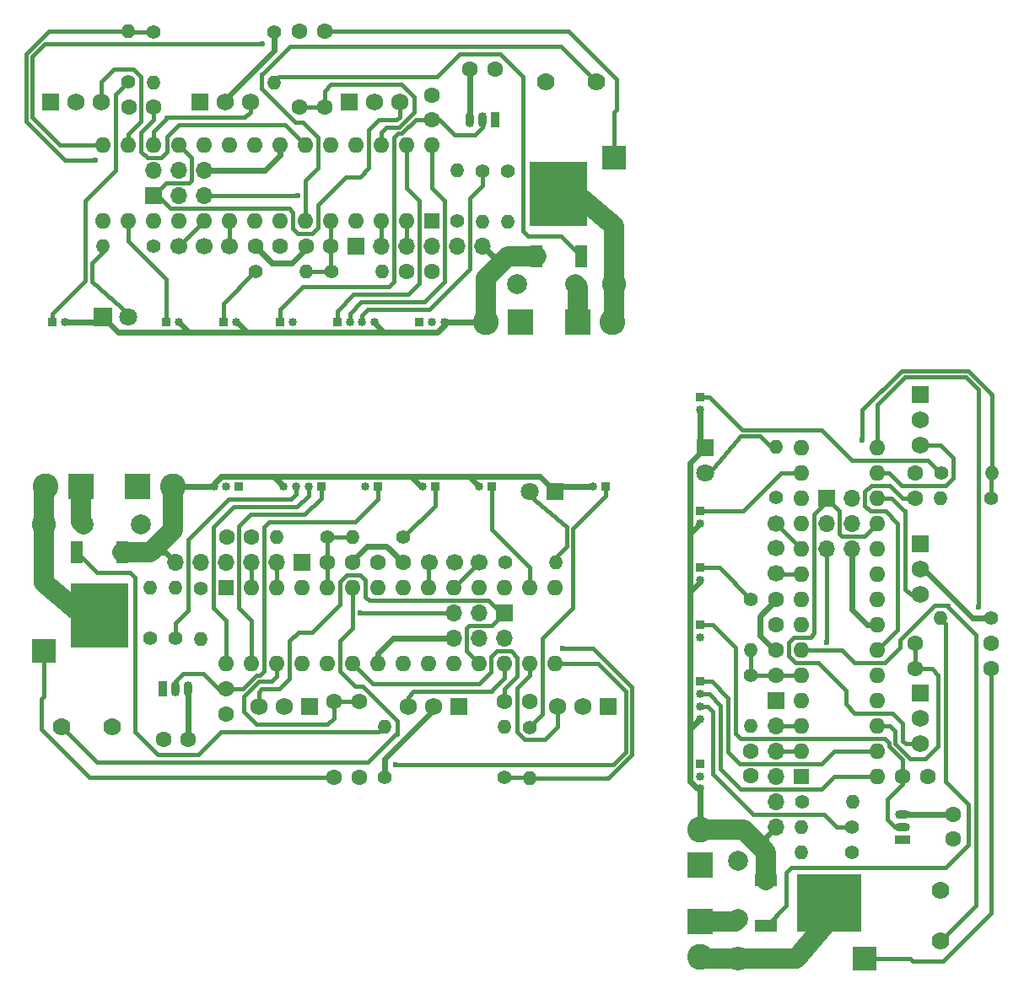
<source format=gbl>
%MOIN*%
%OFA0B0*%
%FSLAX46Y46*%
%IPPOS*%
%LPD*%
%AMREC1810*
4,1,3,
0.03444881889763779,0.0344488188976378,
-0.0344488188976378,0.03444881889763779,
-0.03444881889763779,-0.0344488188976378,
0.0344488188976378,-0.03444881889763779,
0*%
%AMREC1820*
4,1,3,
0.033464566929133854,0.033464566929133861,
-0.033464566929133861,0.033464566929133854,
-0.033464566929133854,-0.033464566929133861,
0.033464566929133861,-0.033464566929133854,
0*%
%AMREC1830*
4,1,3,
0.031496062992125984,0.031496062992125991,
-0.031496062992125991,0.031496062992125984,
-0.031496062992125984,-0.031496062992125991,
0.031496062992125991,-0.031496062992125984,
0*%
%AMREC1840*
4,1,3,
0.051181102362204724,0.051181102362204738,
-0.051181102362204738,0.051181102362204724,
-0.051181102362204724,-0.051181102362204738,
0.051181102362204738,-0.051181102362204724,
0*%
%AMREC1850*
4,1,3,
0.047244094488188969,0.047244094488188983,
-0.047244094488188983,0.047244094488188969,
-0.047244094488188969,-0.047244094488188983,
0.047244094488188983,-0.047244094488188969,
0*%
%AMREC1860*
4,1,3,
0.035433070866141732,0.035433070866141739,
-0.035433070866141739,0.035433070866141732,
-0.035433070866141732,-0.035433070866141739,
0.035433070866141739,-0.035433070866141732,
0*%
%AMREC1870*
4,1,3,
0.017716535433070862,0.029527559055118113,
-0.017716535433070873,0.029527559055118113,
-0.017716535433070862,-0.029527559055118113,
0.017716535433070873,-0.029527559055118113,
0*%
%AMREC1880*
4,1,3,
0.023622047244094484,0.043307086614173235,
-0.023622047244094491,0.043307086614173235,
-0.023622047244094484,-0.043307086614173235,
0.023622047244094491,-0.043307086614173235,
0*%
%AMREC1890*
4,1,3,
0.11417322834645668,0.12598425196850396,
-0.11417322834645671,0.12598425196850394,
-0.11417322834645668,-0.12598425196850396,
0.11417322834645671,-0.12598425196850394,
0*%
%AMREC1900*
4,1,3,
0.054133858267716529,0.060039370078740169,
-0.05413385826771655,0.060039370078740148,
-0.054133858267716529,-0.060039370078740169,
0.05413385826771655,-0.060039370078740148,
0*%
%AMREC1910*
4,1,3,
0.016732283464566927,0.016732283464566931,
-0.016732283464566931,0.016732283464566927,
-0.016732283464566927,-0.016732283464566931,
0.016732283464566931,-0.016732283464566927,
0*%
%ADD10C,0.0039370078740157488*%
%ADD11C,0.068897637795275593*%
%ADD12R,0.068897637795275593X0.068897637795275593*%
%ADD13C,0.07874015748031496*%
%ADD14R,0.066929133858267723X0.066929133858267723*%
%ADD15O,0.066929133858267723X0.066929133858267723*%
%ADD16R,0.062992125984251982X0.062992125984251982*%
%ADD17O,0.062992125984251982X0.062992125984251982*%
%ADD18R,0.10236220472440946X0.10236220472440946*%
%ADD19C,0.10236220472440946*%
%ADD20C,0.066929133858267723*%
%ADD21R,0.094488188976377951X0.094488188976377951*%
%ADD22O,0.094488188976377951X0.094488188976377951*%
%ADD23C,0.07*%
%ADD24C,0.055118110236220472*%
%ADD25O,0.055118110236220472X0.055118110236220472*%
%ADD26C,0.062992125984251982*%
%ADD27R,0.070866141732283464X0.070866141732283464*%
%ADD28C,0.070866141732283464*%
%ADD29O,0.035433070866141732X0.059055118110236227*%
%ADD30R,0.035433070866141732X0.059055118110236227*%
%ADD31R,0.047244094488188976X0.086614173228346469*%
%ADD32R,0.2283464566929134X0.25196850393700793*%
%ADD33R,0.10826771653543307X0.12007874015748031*%
%ADD34R,0.033464566929133861X0.033464566929133861*%
%ADD35C,0.033464566929133861*%
%ADD36C,0.023622047244094488*%
%ADD37C,0.016*%
%ADD38C,0.024000000000000004*%
%ADD39C,0.08*%
%ADD50C,0.0039370078740157488*%
%ADD51C,0.068897637795275593*%
%AMCOMP220*
4,1,3,
0.03444881889763779,0.0344488188976378,
-0.0344488188976378,0.03444881889763779,
-0.03444881889763779,-0.0344488188976378,
0.0344488188976378,-0.03444881889763779,
0*%
%ADD52COMP220*%
%ADD53C,0.07874015748031496*%
%AMCOMP221*
4,1,3,
0.033464566929133854,0.033464566929133861,
-0.033464566929133861,0.033464566929133854,
-0.033464566929133854,-0.033464566929133861,
0.033464566929133861,-0.033464566929133854,
0*%
%ADD54COMP221*%
%ADD55O,0.066929133858267723X0.066929133858267723*%
%AMCOMP222*
4,1,3,
0.031496062992125984,0.031496062992125991,
-0.031496062992125991,0.031496062992125984,
-0.031496062992125984,-0.031496062992125991,
0.031496062992125991,-0.031496062992125984,
0*%
%ADD56COMP222*%
%ADD57O,0.062992125984251982X0.062992125984251982*%
%AMCOMP223*
4,1,3,
0.051181102362204724,0.051181102362204738,
-0.051181102362204738,0.051181102362204724,
-0.051181102362204724,-0.051181102362204738,
0.051181102362204738,-0.051181102362204724,
0*%
%ADD58COMP223*%
%ADD59C,0.10236220472440946*%
%ADD60C,0.066929133858267723*%
%AMCOMP224*
4,1,3,
0.047244094488188969,0.047244094488188983,
-0.047244094488188983,0.047244094488188969,
-0.047244094488188969,-0.047244094488188983,
0.047244094488188983,-0.047244094488188969,
0*%
%ADD61COMP224*%
%ADD62O,0.094488188976377951X0.094488188976377951*%
%ADD63C,0.07*%
%ADD64C,0.055118110236220472*%
%ADD65O,0.055118110236220472X0.055118110236220472*%
%ADD66C,0.062992125984251982*%
%AMCOMP225*
4,1,3,
0.035433070866141732,0.035433070866141739,
-0.035433070866141739,0.035433070866141732,
-0.035433070866141732,-0.035433070866141739,
0.035433070866141739,-0.035433070866141732,
0*%
%ADD67COMP225*%
%ADD68C,0.070866141732283464*%
%ADD69O,0.035433070866141732X0.059055118110236227*%
%AMCOMP226*
4,1,3,
0.017716535433070862,0.029527559055118113,
-0.017716535433070873,0.029527559055118113,
-0.017716535433070862,-0.029527559055118113,
0.017716535433070873,-0.029527559055118113,
0*%
%ADD70COMP226*%
%AMCOMP227*
4,1,3,
0.023622047244094484,0.043307086614173235,
-0.023622047244094491,0.043307086614173235,
-0.023622047244094484,-0.043307086614173235,
0.023622047244094491,-0.043307086614173235,
0*%
%ADD71COMP227*%
%AMCOMP228*
4,1,3,
0.11417322834645668,0.12598425196850396,
-0.11417322834645671,0.12598425196850394,
-0.11417322834645668,-0.12598425196850396,
0.11417322834645671,-0.12598425196850394,
0*%
%ADD72COMP228*%
%AMCOMP229*
4,1,3,
0.054133858267716529,0.060039370078740169,
-0.05413385826771655,0.060039370078740148,
-0.054133858267716529,-0.060039370078740169,
0.05413385826771655,-0.060039370078740148,
0*%
%ADD73COMP229*%
%AMCOMP230*
4,1,3,
0.016732283464566927,0.016732283464566931,
-0.016732283464566931,0.016732283464566927,
-0.016732283464566927,-0.016732283464566931,
0.016732283464566931,-0.016732283464566927,
0*%
%ADD74COMP230*%
%ADD75C,0.033464566929133861*%
%ADD76C,0.023622047244094488*%
%ADD77C,0.016*%
%ADD78C,0.024000000000000004*%
%ADD79C,0.08*%
%ADD80C,0.0039370078740157488*%
%ADD81C,0.068897637795275593*%
%ADD82R,0.068897637795275593X0.068897637795275593*%
%ADD83C,0.07874015748031496*%
%ADD84R,0.066929133858267723X0.066929133858267723*%
%ADD85O,0.066929133858267723X0.066929133858267723*%
%ADD86R,0.062992125984251982X0.062992125984251982*%
%ADD87O,0.062992125984251982X0.062992125984251982*%
%ADD88R,0.10236220472440946X0.10236220472440946*%
%ADD89C,0.10236220472440946*%
%ADD90C,0.066929133858267723*%
%ADD91R,0.094488188976377951X0.094488188976377951*%
%ADD92O,0.094488188976377951X0.094488188976377951*%
%ADD93C,0.07*%
%ADD94C,0.055118110236220472*%
%ADD95O,0.055118110236220472X0.055118110236220472*%
%ADD96C,0.062992125984251982*%
%ADD97R,0.070866141732283464X0.070866141732283464*%
%ADD98C,0.070866141732283464*%
%ADD99O,0.059055118110236227X0.035433070866141732*%
%ADD100R,0.059055118110236227X0.035433070866141732*%
%ADD101R,0.086614173228346469X0.047244094488188976*%
%ADD102R,0.25196850393700793X0.2283464566929134*%
%ADD103R,0.12007874015748031X0.10826771653543307*%
%ADD104R,0.033464566929133861X0.033464566929133861*%
%ADD105C,0.033464566929133861*%
%ADD106C,0.023622047244094488*%
%ADD107C,0.016*%
%ADD108C,0.024000000000000004*%
%ADD109C,0.08*%
G01*
D10*
D11*
X-0001456692Y0005433070D02*
X0002122755Y0001087992D03*
X0002222755Y0001087992D03*
D12*
X0002322755Y0001087992D03*
D13*
X0000477480Y0001808070D03*
X0000249133Y0001808070D03*
D14*
X0001113307Y0001658070D03*
D15*
X0001013307Y0001658070D03*
X0000913307Y0001658070D03*
X0000813307Y0001658070D03*
X0000713307Y0001658070D03*
X0000613307Y0001658070D03*
D16*
X0000813307Y0001558070D03*
D17*
X0002113307Y0001258070D03*
X0000913307Y0001558070D03*
X0002013307Y0001258070D03*
X0001013307Y0001558070D03*
X0001913307Y0001258070D03*
X0001113307Y0001558070D03*
X0001813307Y0001258070D03*
X0001213307Y0001558070D03*
X0001713307Y0001258070D03*
X0001313307Y0001558070D03*
X0001613307Y0001258070D03*
X0001413307Y0001558070D03*
X0001513307Y0001258070D03*
X0001513307Y0001558070D03*
X0001413307Y0001258070D03*
X0001613307Y0001558070D03*
X0001313307Y0001258070D03*
X0001713307Y0001558070D03*
X0001213307Y0001258070D03*
X0001813307Y0001558070D03*
X0001113307Y0001258070D03*
X0001913307Y0001558070D03*
X0001013307Y0001258070D03*
X0002013307Y0001558070D03*
X0000913307Y0001258070D03*
X0002113307Y0001558070D03*
X0000813307Y0001258070D03*
D18*
X0000463307Y0001958070D03*
D19*
X0000601102Y0001958070D03*
D18*
X0000238307Y0001958070D03*
D19*
X0000100511Y0001958070D03*
D20*
X0001813307Y0001658070D03*
X0001714881Y0001658070D03*
X0001616456Y0001658070D03*
D21*
X0000093307Y0001308070D03*
D22*
X0000093307Y0001808070D03*
D23*
X0000363307Y0001008070D03*
X0000163307Y0001008070D03*
D24*
X0001211732Y0001758070D03*
D25*
X0001011732Y0001758070D03*
D24*
X0001511732Y0001758070D03*
D25*
X0001311732Y0001758070D03*
D26*
X0000813307Y0001158070D03*
X0000813307Y0001059645D03*
X0000663307Y0000958070D03*
X0000564881Y0000958070D03*
X0001213307Y0001658070D03*
X0001311732Y0001658070D03*
D27*
X0002113307Y0001938070D03*
D28*
X0002013307Y0001938070D03*
D29*
X0000613307Y0001158070D03*
X0000663307Y0001158070D03*
D30*
X0000563307Y0001158070D03*
D26*
X0001413307Y0001658070D03*
X0001511732Y0001658070D03*
X0000913307Y0001758070D03*
X0000814881Y0001758070D03*
D24*
X0000713307Y0001556496D03*
D25*
X0000713307Y0001356496D03*
D26*
X0001913307Y0001108070D03*
X0002011732Y0001108070D03*
D24*
X0002013307Y0001006496D03*
D25*
X0002013307Y0000806496D03*
D24*
X0001913307Y0000809645D03*
D25*
X0001913307Y0001009645D03*
D11*
X0001532204Y0001087992D03*
X0001632204Y0001087992D03*
D12*
X0001732204Y0001087992D03*
D11*
X0000941653Y0001087992D03*
X0001041653Y0001087992D03*
D12*
X0001141653Y0001087992D03*
D24*
X0000613307Y0001359645D03*
D25*
X0000613307Y0001559645D03*
D24*
X0000513307Y0001359645D03*
D25*
X0000513307Y0001559645D03*
D24*
X0001914881Y0001658070D03*
D25*
X0002114881Y0001658070D03*
D26*
X0001238307Y0001108070D03*
X0001238307Y0000808070D03*
X0001338307Y0001108070D03*
X0001338307Y0000808070D03*
D24*
X0001438307Y0000809645D03*
D25*
X0001438307Y0001009645D03*
D31*
X0000223543Y0001698425D03*
X0000403070Y0001698425D03*
D32*
X0000313307Y0001450393D03*
D33*
X0000373346Y0001384448D03*
X0000253267Y0001516338D03*
X0000253267Y0001384448D03*
X0000373346Y0001516338D03*
D14*
X0001913307Y0001458070D03*
D15*
X0001913307Y0001358070D03*
X0001813307Y0001458070D03*
X0001813307Y0001358070D03*
X0001713307Y0001458070D03*
X0001713307Y0001358070D03*
D34*
X0001413307Y0001958070D03*
D35*
X0001364094Y0001958070D03*
D34*
X0001188307Y0001958070D03*
D35*
X0001139094Y0001958070D03*
X0001089881Y0001958070D03*
X0001040669Y0001958070D03*
D34*
X0002313307Y0001958070D03*
D35*
X0002264094Y0001958070D03*
D34*
X0001863307Y0001958070D03*
D35*
X0001814094Y0001958070D03*
D34*
X0001638307Y0001958070D03*
D35*
X0001589094Y0001958070D03*
D34*
X0000863307Y0001958070D03*
D35*
X0000814094Y0001958070D03*
X0000764881Y0001958070D03*
D36*
X0001343307Y0001458070D03*
X0002143307Y0001318070D03*
X0001483307Y0000858070D03*
D37*
X0001713307Y0001458070D02*
X0001343307Y0001458070D01*
D38*
X0001413307Y0001258070D02*
X0001413307Y0001298070D01*
X0001473307Y0001358070D02*
X0001713307Y0001358070D01*
X0001413307Y0001298070D02*
X0001473307Y0001358070D01*
X0002264094Y0001958070D02*
X0002133307Y0001958070D01*
X0002133307Y0001958070D02*
X0002113307Y0001938070D01*
X0001040669Y0001958070D02*
X0001040669Y0001960708D01*
X0001040669Y0001960708D02*
X0001003307Y0001998070D01*
X0001589094Y0001958070D02*
X0001583307Y0001958070D01*
X0001583307Y0001958070D02*
X0001543307Y0001998070D01*
X0001814094Y0001958070D02*
X0001813307Y0001958070D01*
X0001813307Y0001958070D02*
X0001773307Y0001998070D01*
X0000764881Y0001958070D02*
X0000764881Y0001969645D01*
X0000764881Y0001969645D02*
X0000793307Y0001998070D01*
X0002053307Y0001998070D02*
X0002113307Y0001938070D01*
X0001773307Y0001998070D02*
X0002053307Y0001998070D01*
X0000793307Y0001998070D02*
X0001003307Y0001998070D01*
X0001003307Y0001998070D02*
X0001543307Y0001998070D01*
X0001543307Y0001998070D02*
X0001773307Y0001998070D01*
X0001438307Y0000809645D02*
X0001438307Y0000883070D01*
X0001438307Y0000883070D02*
X0001632204Y0001076968D01*
X0001632204Y0001076968D02*
X0001632204Y0001087992D01*
X0000463307Y0001698425D02*
X0000572952Y0001698425D01*
X0000572952Y0001698425D02*
X0000613307Y0001658070D01*
D39*
X0000601102Y0001795866D02*
X0000601102Y0001785866D01*
X0000601102Y0001958070D02*
X0000601102Y0001795866D01*
X0000513661Y0001698425D02*
X0000463307Y0001698425D01*
X0000463307Y0001698425D02*
X0000403070Y0001698425D01*
X0000601102Y0001785866D02*
X0000513661Y0001698425D01*
D38*
X0001311732Y0001658070D02*
X0001311732Y0001666496D01*
X0001311732Y0001666496D02*
X0001368307Y0001723070D01*
X0001446732Y0001723070D02*
X0001511732Y0001658070D01*
X0001368307Y0001723070D02*
X0001446732Y0001723070D01*
X0000601102Y0001958070D02*
X0000764881Y0001958070D01*
D37*
X0002321732Y0000806496D02*
X0002323307Y0000808070D01*
X0002323307Y0000808070D02*
X0002327070Y0000808070D01*
X0002327070Y0000808070D02*
X0002417181Y0000898181D01*
X0002417181Y0000898181D02*
X0002417181Y0001164196D01*
X0002417181Y0001164196D02*
X0002263307Y0001318070D01*
X0002263307Y0001318070D02*
X0002143307Y0001318070D01*
X0002321732Y0000806496D02*
X0002013307Y0000806496D01*
X0001860807Y0001285570D02*
X0001860807Y0001225570D01*
X0001860807Y0001225570D02*
X0001813307Y0001178070D01*
X0001813307Y0001178070D02*
X0001393307Y0001178070D01*
X0001393307Y0001178070D02*
X0001313307Y0001258070D01*
X0001963307Y0001228070D02*
X0001963307Y0001208070D01*
X0001963307Y0001283070D02*
X0001963307Y0001228070D01*
X0001913307Y0001108070D02*
X0001913307Y0001158070D01*
X0001963307Y0001208070D02*
X0001913307Y0001158070D01*
X0001938307Y0001308070D02*
X0001963307Y0001283070D01*
X0001883307Y0001308070D02*
X0001938307Y0001308070D01*
X0001860807Y0001285570D02*
X0001883307Y0001308070D01*
X0001913307Y0000809645D02*
X0002010157Y0000809645D01*
X0002010157Y0000809645D02*
X0002013307Y0000806496D01*
X0001913307Y0000809645D02*
X0001913307Y0000818070D01*
X0001113307Y0001258070D02*
X0001113307Y0001253070D01*
X0001238307Y0001108070D02*
X0001338307Y0001108070D01*
X0001013307Y0001258070D02*
X0001013307Y0001208070D01*
X0001238307Y0001043070D02*
X0001238307Y0001108070D01*
X0001213307Y0001018070D02*
X0001238307Y0001043070D01*
X0000933307Y0001018070D02*
X0001213307Y0001018070D01*
X0000883307Y0001068070D02*
X0000933307Y0001018070D01*
X0000883307Y0001128070D02*
X0000883307Y0001068070D01*
X0000943307Y0001188070D02*
X0000883307Y0001128070D01*
X0000993307Y0001188070D02*
X0000943307Y0001188070D01*
X0001013307Y0001208070D02*
X0000993307Y0001188070D01*
X0001188307Y0001958070D02*
X0001188307Y0001913070D01*
X0000913307Y0001428070D02*
X0000913307Y0001258070D01*
X0000863307Y0001478070D02*
X0000913307Y0001428070D01*
X0000863307Y0001803070D02*
X0000863307Y0001478070D01*
X0000908307Y0001848070D02*
X0000863307Y0001803070D01*
X0001123307Y0001848070D02*
X0000908307Y0001848070D01*
X0001188307Y0001913070D02*
X0001123307Y0001848070D01*
X0001139094Y0001958070D02*
X0001139094Y0001923858D01*
X0000813307Y0001428070D02*
X0000813307Y0001258070D01*
X0000763307Y0001478070D02*
X0000813307Y0001428070D01*
X0000763307Y0001798070D02*
X0000763307Y0001478070D01*
X0000843307Y0001878070D02*
X0000763307Y0001798070D01*
X0001093307Y0001878070D02*
X0000843307Y0001878070D01*
X0001139094Y0001923858D02*
X0001093307Y0001878070D01*
X0001483307Y0000858070D02*
X0002063307Y0000858070D01*
X0002283307Y0001258070D02*
X0002113307Y0001258070D01*
X0002393307Y0001148070D02*
X0002283307Y0001258070D01*
X0002393307Y0000908070D02*
X0002393307Y0001148070D01*
X0002343307Y0000858070D02*
X0002393307Y0000908070D01*
X0002063307Y0000858070D02*
X0002343307Y0000858070D01*
X0000453307Y0001228070D02*
X0000453307Y0000988070D01*
X0000433307Y0001618070D02*
X0000453307Y0001598070D01*
X0000453307Y0001598070D02*
X0000453307Y0001228070D01*
X0000223543Y0001697834D02*
X0000303307Y0001618070D01*
X0000303307Y0001618070D02*
X0000433307Y0001618070D01*
X0001416732Y0000988070D02*
X0001438307Y0001009645D01*
X0000793307Y0000988070D02*
X0001416732Y0000988070D01*
X0000703307Y0000898070D02*
X0000793307Y0000988070D01*
X0000543307Y0000898070D02*
X0000703307Y0000898070D01*
X0000453307Y0000988070D02*
X0000543307Y0000898070D01*
X0000223543Y0001698425D02*
X0000223543Y0001697834D01*
X0000223543Y0001698425D02*
X0000227952Y0001698425D01*
X0000223543Y0001698425D02*
X0000223543Y0001672834D01*
X0002013307Y0001558070D02*
X0002013307Y0001638070D01*
X0001863307Y0001788070D02*
X0001863307Y0001958070D01*
X0002013307Y0001638070D02*
X0001863307Y0001788070D01*
X0000328307Y0000868070D02*
X0000303307Y0000868070D01*
X0001483307Y0000978070D02*
X0001373307Y0000868070D01*
X0001373307Y0000868070D02*
X0001213307Y0000868070D01*
X0001488307Y0000978070D02*
X0001483307Y0000978070D01*
X0001213307Y0000868070D02*
X0000328307Y0000868070D01*
X0000303307Y0000868070D02*
X0000163307Y0001008070D01*
X0001313307Y0001398070D02*
X0001263307Y0001348070D01*
X0001263307Y0001348070D02*
X0001263307Y0001228070D01*
X0001263307Y0001228070D02*
X0001323307Y0001168070D01*
X0001323307Y0001168070D02*
X0001353307Y0001168070D01*
X0001353307Y0001168070D02*
X0001363307Y0001158070D01*
X0001313307Y0001558070D02*
X0001313307Y0001408070D01*
X0001488307Y0001033070D02*
X0001488307Y0000978070D01*
X0001488307Y0000978070D02*
X0001488307Y0000983070D01*
X0001363307Y0001158070D02*
X0001488307Y0001033070D01*
X0001313307Y0001408070D02*
X0001313307Y0001398070D01*
X0001211732Y0001758070D02*
X0001311732Y0001758070D01*
X0001213307Y0001658070D02*
X0001213307Y0001756496D01*
X0001213307Y0001756496D02*
X0001211732Y0001758070D01*
X0001213307Y0001558070D02*
X0001213307Y0001658070D01*
X0001063307Y0001228070D02*
X0001063307Y0001198070D01*
X0001848307Y0001508070D02*
X0001378307Y0001508070D01*
X0001378307Y0001508070D02*
X0001363307Y0001523070D01*
X0001363307Y0001523070D02*
X0001363307Y0001588070D01*
X0001363307Y0001588070D02*
X0001343307Y0001608070D01*
X0001343307Y0001608070D02*
X0001288307Y0001608070D01*
X0001288307Y0001608070D02*
X0001263307Y0001583070D01*
X0001263307Y0001583070D02*
X0001263307Y0001493070D01*
X0001263307Y0001493070D02*
X0001153307Y0001383070D01*
X0001153307Y0001383070D02*
X0001098307Y0001383070D01*
X0001098307Y0001383070D02*
X0001063307Y0001348070D01*
X0001898307Y0001458070D02*
X0001848307Y0001508070D01*
X0001063307Y0001348070D02*
X0001063307Y0001228070D01*
X0000941653Y0001146417D02*
X0000941653Y0001087992D01*
X0000953307Y0001158070D02*
X0000941653Y0001146417D01*
X0001023307Y0001158070D02*
X0000953307Y0001158070D01*
X0001063307Y0001198070D02*
X0001023307Y0001158070D01*
X0000941653Y0001106417D02*
X0000941653Y0001087992D01*
X0001913307Y0001458070D02*
X0001898307Y0001458070D01*
X0001863307Y0001408070D02*
X0001798307Y0001408070D01*
X0001913307Y0001458070D02*
X0001863307Y0001408070D01*
X0001763307Y0001308070D02*
X0001813307Y0001258070D01*
X0001763307Y0001398070D02*
X0001763307Y0001308070D01*
X0001773307Y0001408070D02*
X0001763307Y0001398070D01*
X0001798307Y0001408070D02*
X0001773307Y0001408070D01*
X0001813307Y0001258070D02*
X0001818307Y0001258070D01*
D38*
X0000663307Y0001158070D02*
X0000663307Y0000958070D01*
D37*
X0000613307Y0001359645D02*
X0000613307Y0001418070D01*
X0000613307Y0001418070D02*
X0000663307Y0001468070D01*
X0000663307Y0001468070D02*
X0000663307Y0001748070D01*
X0000663307Y0001748070D02*
X0000823307Y0001908070D01*
X0000823307Y0001908070D02*
X0001068307Y0001908070D01*
X0001068307Y0001908070D02*
X0001089881Y0001929645D01*
X0001089881Y0001929645D02*
X0001089881Y0001958070D01*
X0002114881Y0001658070D02*
X0002114881Y0001679645D01*
X0002114881Y0001679645D02*
X0002158307Y0001723070D01*
X0002158307Y0001723070D02*
X0002158307Y0001798070D01*
X0002158307Y0001798070D02*
X0002013307Y0001923070D01*
X0002013307Y0001923070D02*
X0002013307Y0001938070D01*
X0001613307Y0001558070D02*
X0001613307Y0001654921D01*
X0001613307Y0001654921D02*
X0001616456Y0001658070D01*
X0001713307Y0001558070D02*
X0001813307Y0001658070D01*
X0001532204Y0001087992D02*
X0001532204Y0001126968D01*
X0001863307Y0001148070D02*
X0001863307Y0001153070D01*
X0001858307Y0001148070D02*
X0001863307Y0001148070D01*
X0001553307Y0001148070D02*
X0001858307Y0001148070D01*
X0001532204Y0001126968D02*
X0001553307Y0001148070D01*
X0001863307Y0001153070D02*
X0001913307Y0001203070D01*
X0001913307Y0001203070D02*
X0001913307Y0001258070D01*
X0002122440Y0001008936D02*
X0002122440Y0001087677D01*
X0002122440Y0001087677D02*
X0002122755Y0001087992D01*
X0002013307Y0001258070D02*
X0002013307Y0001213070D01*
X0002071574Y0000958070D02*
X0002122440Y0001008936D01*
X0002122440Y0001008936D02*
X0002122755Y0001009251D01*
X0001993307Y0000958070D02*
X0002071574Y0000958070D01*
X0001963307Y0000988070D02*
X0001993307Y0000958070D01*
X0001963307Y0001163070D02*
X0001963307Y0000988070D01*
X0002013307Y0001213070D02*
X0001963307Y0001163070D01*
X0002013307Y0001258070D02*
X0002013307Y0001238070D01*
X0000913307Y0001558070D02*
X0000913307Y0001658070D01*
X0001013307Y0001558070D02*
X0001013307Y0001658070D01*
X0001511732Y0001758070D02*
X0001513307Y0001758070D01*
X0001513307Y0001758070D02*
X0001638307Y0001883070D01*
X0001638307Y0001883070D02*
X0001638307Y0001958070D01*
X0002013307Y0001006496D02*
X0002013307Y0001008070D01*
X0002013307Y0001008070D02*
X0002063307Y0001058070D01*
X0002313307Y0001923070D02*
X0002313307Y0001958070D01*
X0002183307Y0001793070D02*
X0002313307Y0001923070D01*
X0002183307Y0001478070D02*
X0002183307Y0001793070D01*
X0002063307Y0001358070D02*
X0002183307Y0001478070D01*
X0002063307Y0001058070D02*
X0002063307Y0001358070D01*
X0002013307Y0001006496D02*
X0002026732Y0001006496D01*
D39*
X0000238307Y0001958070D02*
X0000238307Y0001818897D01*
X0000238307Y0001818897D02*
X0000249133Y0001808070D01*
D37*
X0001238307Y0000808070D02*
X0000273307Y0000808070D01*
X0000093307Y0001128070D02*
X0000093307Y0001308070D01*
X0000083307Y0001118070D02*
X0000093307Y0001128070D01*
X0000083307Y0000998070D02*
X0000083307Y0001118070D01*
X0000273307Y0000808070D02*
X0000083307Y0000998070D01*
X0000093307Y0001308070D02*
X0000128307Y0001308070D01*
D39*
X0000093307Y0001808070D02*
X0000093307Y0001950866D01*
X0000093307Y0001950866D02*
X0000100511Y0001958070D01*
X0000313307Y0001450393D02*
X0000245984Y0001450393D01*
X0000245984Y0001450393D02*
X0000093307Y0001578070D01*
X0000093307Y0001578070D02*
X0000093307Y0001808070D01*
D37*
X0000813307Y0001158070D02*
X0000879544Y0001158070D01*
X0001413307Y0001908070D02*
X0001323307Y0001818070D01*
X0001323307Y0001818070D02*
X0000983307Y0001818070D01*
X0000983307Y0001818070D02*
X0000963307Y0001798070D01*
X0001413307Y0001908070D02*
X0001413307Y0001958070D01*
X0000963307Y0001228070D02*
X0000963307Y0001798070D01*
X0000947181Y0001211944D02*
X0000963307Y0001228070D01*
X0000933418Y0001211944D02*
X0000947181Y0001211944D01*
X0000879544Y0001158070D02*
X0000933418Y0001211944D01*
X0000813307Y0001158070D02*
X0000783307Y0001158070D01*
X0000783307Y0001158070D02*
X0000723307Y0001218070D01*
X0000613307Y0001188070D02*
X0000613307Y0001158070D01*
X0000643307Y0001218070D02*
X0000613307Y0001188070D01*
X0000723307Y0001218070D02*
X0000643307Y0001218070D01*
G04 next file*
G04 #@! TF.FileFunction,Copper,L2,Bot,Signal*
G04 Gerber Fmt 4.6, Leading zero omitted, Abs format (unit mm)*
G04 Created by KiCad (PCBNEW 4.0.6) date 06/26/19 16:14:44*
G01*
G04 APERTURE LIST*
G04 APERTURE END LIST*
D50*
D51*
X0003897637Y-0000866141D02*
X0000318188Y0003478936D03*
X0000218188Y0003478936D03*
D52*
X0000118188Y0003478936D03*
D53*
X0001963464Y0002758858D03*
X0002191810Y0002758858D03*
D54*
X0001327637Y0002908858D03*
D55*
X0001427637Y0002908858D03*
X0001527637Y0002908858D03*
X0001627637Y0002908858D03*
X0001727637Y0002908858D03*
X0001827637Y0002908858D03*
D56*
X0001627637Y0003008858D03*
D57*
X0000327637Y0003308858D03*
X0001527637Y0003008858D03*
X0000427637Y0003308858D03*
X0001427637Y0003008858D03*
X0000527637Y0003308858D03*
X0001327637Y0003008858D03*
X0000627637Y0003308858D03*
X0001227637Y0003008858D03*
X0000727637Y0003308858D03*
X0001127637Y0003008858D03*
X0000827637Y0003308858D03*
X0001027637Y0003008858D03*
X0000927637Y0003308858D03*
X0000927637Y0003008858D03*
X0001027637Y0003308858D03*
X0000827637Y0003008858D03*
X0001127637Y0003308858D03*
X0000727637Y0003008858D03*
X0001227637Y0003308858D03*
X0000627637Y0003008858D03*
X0001327637Y0003308858D03*
X0000527637Y0003008858D03*
X0001427637Y0003308858D03*
X0000427637Y0003008858D03*
X0001527637Y0003308858D03*
X0000327637Y0003008858D03*
X0001627637Y0003308858D03*
D58*
X0001977637Y0002608858D03*
D59*
X0001839842Y0002608858D03*
D58*
X0002202637Y0002608858D03*
D59*
X0002340433Y0002608858D03*
D60*
X0000627637Y0002908858D03*
X0000726062Y0002908858D03*
X0000824488Y0002908858D03*
D61*
X0002347637Y0003258858D03*
D62*
X0002347637Y0002758858D03*
D63*
X0002077637Y0003558858D03*
X0002277637Y0003558858D03*
D64*
X0001229212Y0002808858D03*
D65*
X0001429212Y0002808858D03*
D64*
X0000929212Y0002808858D03*
D65*
X0001129212Y0002808858D03*
D66*
X0001627637Y0003408858D03*
X0001627637Y0003507283D03*
X0001777637Y0003608858D03*
X0001876062Y0003608858D03*
X0001227637Y0002908858D03*
X0001129212Y0002908858D03*
D67*
X0000327637Y0002628858D03*
D68*
X0000427637Y0002628858D03*
D69*
X0001827637Y0003408858D03*
X0001777637Y0003408858D03*
D70*
X0001877637Y0003408858D03*
D66*
X0001027637Y0002908858D03*
X0000929212Y0002908858D03*
X0001527637Y0002808858D03*
X0001626062Y0002808858D03*
D64*
X0001727637Y0003010433D03*
D65*
X0001727637Y0003210433D03*
D66*
X0000527637Y0003458858D03*
X0000429212Y0003458858D03*
D64*
X0000427637Y0003560433D03*
D65*
X0000427637Y0003760433D03*
D64*
X0000527637Y0003757283D03*
D65*
X0000527637Y0003557283D03*
D51*
X0000908740Y0003478936D03*
X0000808740Y0003478936D03*
D52*
X0000708740Y0003478936D03*
D51*
X0001499291Y0003478936D03*
X0001399291Y0003478936D03*
D52*
X0001299291Y0003478936D03*
D64*
X0001827637Y0003207283D03*
D65*
X0001827637Y0003007283D03*
D64*
X0001927637Y0003207283D03*
D65*
X0001927637Y0003007283D03*
D64*
X0000526062Y0002908858D03*
D65*
X0000326062Y0002908858D03*
D66*
X0001202637Y0003458858D03*
X0001202637Y0003758858D03*
X0001102637Y0003458858D03*
X0001102637Y0003758858D03*
D64*
X0001002637Y0003757283D03*
D65*
X0001002637Y0003557283D03*
D71*
X0002217401Y0002868503D03*
X0002037873Y0002868503D03*
D72*
X0002127637Y0003116535D03*
D73*
X0002067598Y0003182480D03*
X0002187677Y0003050590D03*
X0002187677Y0003182480D03*
X0002067598Y0003050590D03*
D54*
X0000527637Y0003108858D03*
D55*
X0000527637Y0003208858D03*
X0000627637Y0003108858D03*
X0000627637Y0003208858D03*
X0000727637Y0003108858D03*
X0000727637Y0003208858D03*
D74*
X0001027637Y0002608858D03*
D75*
X0001076850Y0002608858D03*
D74*
X0001252637Y0002608858D03*
D75*
X0001301850Y0002608858D03*
X0001351062Y0002608858D03*
X0001400275Y0002608858D03*
D74*
X0000127637Y0002608858D03*
D75*
X0000176850Y0002608858D03*
D74*
X0000577637Y0002608858D03*
D75*
X0000626850Y0002608858D03*
D74*
X0000802637Y0002608858D03*
D75*
X0000851850Y0002608858D03*
D74*
X0001577637Y0002608858D03*
D75*
X0001626850Y0002608858D03*
X0001676062Y0002608858D03*
D76*
X0001097637Y0003108858D03*
X0000297637Y0003248858D03*
X0000957637Y0003708858D03*
D77*
X0000727637Y0003108858D02*
X0001097637Y0003108858D01*
D78*
X0001027637Y0003308858D02*
X0001027637Y0003268858D01*
X0000967637Y0003208858D02*
X0000727637Y0003208858D01*
X0001027637Y0003268858D02*
X0000967637Y0003208858D01*
X0000176850Y0002608858D02*
X0000307637Y0002608858D01*
X0000307637Y0002608858D02*
X0000327637Y0002628858D01*
X0001400275Y0002608858D02*
X0001400275Y0002606220D01*
X0001400275Y0002606220D02*
X0001437637Y0002568858D01*
X0000851850Y0002608858D02*
X0000857637Y0002608858D01*
X0000857637Y0002608858D02*
X0000897637Y0002568858D01*
X0000626850Y0002608858D02*
X0000627637Y0002608858D01*
X0000627637Y0002608858D02*
X0000667637Y0002568858D01*
X0001676062Y0002608858D02*
X0001676062Y0002597283D01*
X0001676062Y0002597283D02*
X0001647637Y0002568858D01*
X0000387637Y0002568858D02*
X0000327637Y0002628858D01*
X0000667637Y0002568858D02*
X0000387637Y0002568858D01*
X0001647637Y0002568858D02*
X0001437637Y0002568858D01*
X0001437637Y0002568858D02*
X0000897637Y0002568858D01*
X0000897637Y0002568858D02*
X0000667637Y0002568858D01*
X0001002637Y0003757283D02*
X0001002637Y0003683858D01*
X0001002637Y0003683858D02*
X0000808740Y0003489960D01*
X0000808740Y0003489960D02*
X0000808740Y0003478936D01*
X0001977637Y0002868503D02*
X0001867992Y0002868503D01*
X0001867992Y0002868503D02*
X0001827637Y0002908858D01*
D79*
X0001839842Y0002771062D02*
X0001839842Y0002781062D01*
X0001839842Y0002608858D02*
X0001839842Y0002771062D01*
X0001927283Y0002868503D02*
X0001977637Y0002868503D01*
X0001977637Y0002868503D02*
X0002037873Y0002868503D01*
X0001839842Y0002781062D02*
X0001927283Y0002868503D01*
D78*
X0001129212Y0002908858D02*
X0001129212Y0002900433D01*
X0001129212Y0002900433D02*
X0001072637Y0002843858D01*
X0000994212Y0002843858D02*
X0000929212Y0002908858D01*
X0001072637Y0002843858D02*
X0000994212Y0002843858D01*
X0001839842Y0002608858D02*
X0001676062Y0002608858D01*
D77*
X0000119212Y0003760433D02*
X0000117637Y0003758858D01*
X0000117637Y0003758858D02*
X0000113874Y0003758858D01*
X0000113874Y0003758858D02*
X0000023763Y0003668747D01*
X0000023763Y0003668747D02*
X0000023763Y0003402732D01*
X0000023763Y0003402732D02*
X0000177637Y0003248858D01*
X0000177637Y0003248858D02*
X0000297637Y0003248858D01*
X0000119212Y0003760433D02*
X0000427637Y0003760433D01*
X0000580137Y0003281358D02*
X0000580137Y0003341358D01*
X0000580137Y0003341358D02*
X0000627637Y0003388858D01*
X0000627637Y0003388858D02*
X0001047637Y0003388858D01*
X0001047637Y0003388858D02*
X0001127637Y0003308858D01*
X0000477637Y0003338858D02*
X0000477637Y0003358858D01*
X0000477637Y0003283858D02*
X0000477637Y0003338858D01*
X0000527637Y0003458858D02*
X0000527637Y0003408858D01*
X0000477637Y0003358858D02*
X0000527637Y0003408858D01*
X0000502637Y0003258858D02*
X0000477637Y0003283858D01*
X0000557637Y0003258858D02*
X0000502637Y0003258858D01*
X0000580137Y0003281358D02*
X0000557637Y0003258858D01*
X0000527637Y0003757283D02*
X0000430787Y0003757283D01*
X0000430787Y0003757283D02*
X0000427637Y0003760433D01*
X0000527637Y0003757283D02*
X0000527637Y0003748858D01*
X0001327637Y0003308858D02*
X0001327637Y0003313858D01*
X0001202637Y0003458858D02*
X0001102637Y0003458858D01*
X0001427637Y0003308858D02*
X0001427637Y0003358858D01*
X0001202637Y0003523858D02*
X0001202637Y0003458858D01*
X0001227637Y0003548858D02*
X0001202637Y0003523858D01*
X0001507637Y0003548858D02*
X0001227637Y0003548858D01*
X0001557637Y0003498858D02*
X0001507637Y0003548858D01*
X0001557637Y0003438858D02*
X0001557637Y0003498858D01*
X0001497637Y0003378858D02*
X0001557637Y0003438858D01*
X0001447637Y0003378858D02*
X0001497637Y0003378858D01*
X0001427637Y0003358858D02*
X0001447637Y0003378858D01*
X0001252637Y0002608858D02*
X0001252637Y0002653858D01*
X0001527637Y0003138858D02*
X0001527637Y0003308858D01*
X0001577637Y0003088858D02*
X0001527637Y0003138858D01*
X0001577637Y0002763858D02*
X0001577637Y0003088858D01*
X0001532637Y0002718858D02*
X0001577637Y0002763858D01*
X0001317637Y0002718858D02*
X0001532637Y0002718858D01*
X0001252637Y0002653858D02*
X0001317637Y0002718858D01*
X0001301850Y0002608858D02*
X0001301850Y0002643070D01*
X0001627637Y0003138858D02*
X0001627637Y0003308858D01*
X0001677637Y0003088858D02*
X0001627637Y0003138858D01*
X0001677637Y0002768858D02*
X0001677637Y0003088858D01*
X0001597637Y0002688858D02*
X0001677637Y0002768858D01*
X0001347637Y0002688858D02*
X0001597637Y0002688858D01*
X0001301850Y0002643070D02*
X0001347637Y0002688858D01*
X0000957637Y0003708858D02*
X0000377637Y0003708858D01*
X0000157637Y0003308858D02*
X0000327637Y0003308858D01*
X0000047637Y0003418858D02*
X0000157637Y0003308858D01*
X0000047637Y0003658858D02*
X0000047637Y0003418858D01*
X0000097637Y0003708858D02*
X0000047637Y0003658858D01*
X0000377637Y0003708858D02*
X0000097637Y0003708858D01*
X0001987637Y0003338858D02*
X0001987637Y0003578858D01*
X0002007637Y0002948858D02*
X0001987637Y0002968858D01*
X0001987637Y0002968858D02*
X0001987637Y0003338858D01*
X0002217401Y0002869094D02*
X0002137637Y0002948858D01*
X0002137637Y0002948858D02*
X0002007637Y0002948858D01*
X0001024212Y0003578858D02*
X0001002637Y0003557283D01*
X0001647637Y0003578858D02*
X0001024212Y0003578858D01*
X0001737637Y0003668858D02*
X0001647637Y0003578858D01*
X0001897637Y0003668858D02*
X0001737637Y0003668858D01*
X0001987637Y0003578858D02*
X0001897637Y0003668858D01*
X0002217401Y0002868503D02*
X0002217401Y0002869094D01*
X0002217401Y0002868503D02*
X0002212992Y0002868503D01*
X0002217401Y0002868503D02*
X0002217401Y0002894094D01*
X0000427637Y0003008858D02*
X0000427637Y0002928858D01*
X0000577637Y0002778858D02*
X0000577637Y0002608858D01*
X0000427637Y0002928858D02*
X0000577637Y0002778858D01*
X0002112637Y0003698858D02*
X0002137637Y0003698858D01*
X0000957637Y0003588858D02*
X0001067637Y0003698858D01*
X0001067637Y0003698858D02*
X0001227637Y0003698858D01*
X0000952637Y0003588858D02*
X0000957637Y0003588858D01*
X0001227637Y0003698858D02*
X0002112637Y0003698858D01*
X0002137637Y0003698858D02*
X0002277637Y0003558858D01*
X0001127637Y0003168858D02*
X0001177637Y0003218858D01*
X0001177637Y0003218858D02*
X0001177637Y0003338858D01*
X0001177637Y0003338858D02*
X0001117637Y0003398858D01*
X0001117637Y0003398858D02*
X0001087637Y0003398858D01*
X0001087637Y0003398858D02*
X0001077637Y0003408858D01*
X0001127637Y0003008858D02*
X0001127637Y0003158858D01*
X0000952637Y0003533858D02*
X0000952637Y0003588858D01*
X0000952637Y0003588858D02*
X0000952637Y0003583858D01*
X0001077637Y0003408858D02*
X0000952637Y0003533858D01*
X0001127637Y0003158858D02*
X0001127637Y0003168858D01*
X0001229212Y0002808858D02*
X0001129212Y0002808858D01*
X0001227637Y0002908858D02*
X0001227637Y0002810433D01*
X0001227637Y0002810433D02*
X0001229212Y0002808858D01*
X0001227637Y0003008858D02*
X0001227637Y0002908858D01*
X0001377637Y0003338858D02*
X0001377637Y0003368858D01*
X0000592637Y0003058858D02*
X0001062637Y0003058858D01*
X0001062637Y0003058858D02*
X0001077637Y0003043858D01*
X0001077637Y0003043858D02*
X0001077637Y0002978858D01*
X0001077637Y0002978858D02*
X0001097637Y0002958858D01*
X0001097637Y0002958858D02*
X0001152637Y0002958858D01*
X0001152637Y0002958858D02*
X0001177637Y0002983858D01*
X0001177637Y0002983858D02*
X0001177637Y0003073858D01*
X0001177637Y0003073858D02*
X0001287637Y0003183858D01*
X0001287637Y0003183858D02*
X0001342637Y0003183858D01*
X0001342637Y0003183858D02*
X0001377637Y0003218858D01*
X0000542637Y0003108858D02*
X0000592637Y0003058858D01*
X0001377637Y0003218858D02*
X0001377637Y0003338858D01*
X0001499291Y0003420511D02*
X0001499291Y0003478936D01*
X0001487637Y0003408858D02*
X0001499291Y0003420511D01*
X0001417637Y0003408858D02*
X0001487637Y0003408858D01*
X0001377637Y0003368858D02*
X0001417637Y0003408858D01*
X0001499291Y0003460511D02*
X0001499291Y0003478936D01*
X0000527637Y0003108858D02*
X0000542637Y0003108858D01*
X0000577637Y0003158858D02*
X0000642637Y0003158858D01*
X0000527637Y0003108858D02*
X0000577637Y0003158858D01*
X0000677637Y0003258858D02*
X0000627637Y0003308858D01*
X0000677637Y0003168858D02*
X0000677637Y0003258858D01*
X0000667637Y0003158858D02*
X0000677637Y0003168858D01*
X0000642637Y0003158858D02*
X0000667637Y0003158858D01*
X0000627637Y0003308858D02*
X0000622637Y0003308858D01*
D78*
X0001777637Y0003408858D02*
X0001777637Y0003608858D01*
D77*
X0001827637Y0003207283D02*
X0001827637Y0003148858D01*
X0001827637Y0003148858D02*
X0001777637Y0003098858D01*
X0001777637Y0003098858D02*
X0001777637Y0002818858D01*
X0001777637Y0002818858D02*
X0001617637Y0002658858D01*
X0001617637Y0002658858D02*
X0001372637Y0002658858D01*
X0001372637Y0002658858D02*
X0001351062Y0002637283D01*
X0001351062Y0002637283D02*
X0001351062Y0002608858D01*
X0000326062Y0002908858D02*
X0000326062Y0002887283D01*
X0000326062Y0002887283D02*
X0000282637Y0002843858D01*
X0000282637Y0002843858D02*
X0000282637Y0002768858D01*
X0000282637Y0002768858D02*
X0000427637Y0002643858D01*
X0000427637Y0002643858D02*
X0000427637Y0002628858D01*
X0000827637Y0003008858D02*
X0000827637Y0002912007D01*
X0000827637Y0002912007D02*
X0000824488Y0002908858D01*
X0000727637Y0003008858D02*
X0000627637Y0002908858D01*
X0000908740Y0003478936D02*
X0000908740Y0003439960D01*
X0000577637Y0003418858D02*
X0000577637Y0003413858D01*
X0000582637Y0003418858D02*
X0000577637Y0003418858D01*
X0000887637Y0003418858D02*
X0000582637Y0003418858D01*
X0000908740Y0003439960D02*
X0000887637Y0003418858D01*
X0000577637Y0003413858D02*
X0000527637Y0003363858D01*
X0000527637Y0003363858D02*
X0000527637Y0003308858D01*
X0000318503Y0003557992D02*
X0000318503Y0003479251D01*
X0000318503Y0003479251D02*
X0000318188Y0003478936D01*
X0000427637Y0003308858D02*
X0000427637Y0003353858D01*
X0000369370Y0003608858D02*
X0000318503Y0003557992D01*
X0000318503Y0003557992D02*
X0000318188Y0003557677D01*
X0000447637Y0003608858D02*
X0000369370Y0003608858D01*
X0000477637Y0003578858D02*
X0000447637Y0003608858D01*
X0000477637Y0003403858D02*
X0000477637Y0003578858D01*
X0000427637Y0003353858D02*
X0000477637Y0003403858D01*
X0000427637Y0003308858D02*
X0000427637Y0003328858D01*
X0001527637Y0003008858D02*
X0001527637Y0002908858D01*
X0001427637Y0003008858D02*
X0001427637Y0002908858D01*
X0000929212Y0002808858D02*
X0000927637Y0002808858D01*
X0000927637Y0002808858D02*
X0000802637Y0002683858D01*
X0000802637Y0002683858D02*
X0000802637Y0002608858D01*
X0000427637Y0003560433D02*
X0000427637Y0003558858D01*
X0000427637Y0003558858D02*
X0000377637Y0003508858D01*
X0000127637Y0002643858D02*
X0000127637Y0002608858D01*
X0000257637Y0002773858D02*
X0000127637Y0002643858D01*
X0000257637Y0003088858D02*
X0000257637Y0002773858D01*
X0000377637Y0003208858D02*
X0000257637Y0003088858D01*
X0000377637Y0003508858D02*
X0000377637Y0003208858D01*
X0000427637Y0003560433D02*
X0000414212Y0003560433D01*
D79*
X0002202637Y0002608858D02*
X0002202637Y0002748031D01*
X0002202637Y0002748031D02*
X0002191810Y0002758858D01*
D77*
X0001202637Y0003758858D02*
X0002167637Y0003758858D01*
X0002347637Y0003438858D02*
X0002347637Y0003258858D01*
X0002357637Y0003448858D02*
X0002347637Y0003438858D01*
X0002357637Y0003568858D02*
X0002357637Y0003448858D01*
X0002167637Y0003758858D02*
X0002357637Y0003568858D01*
X0002347637Y0003258858D02*
X0002312637Y0003258858D01*
D79*
X0002347637Y0002758858D02*
X0002347637Y0002616062D01*
X0002347637Y0002616062D02*
X0002340433Y0002608858D01*
X0002127637Y0003116535D02*
X0002194960Y0003116535D01*
X0002194960Y0003116535D02*
X0002347637Y0002988858D01*
X0002347637Y0002988858D02*
X0002347637Y0002758858D01*
D77*
X0001627637Y0003408858D02*
X0001561400Y0003408858D01*
X0001027637Y0002658858D02*
X0001117637Y0002748858D01*
X0001117637Y0002748858D02*
X0001457637Y0002748858D01*
X0001457637Y0002748858D02*
X0001477637Y0002768858D01*
X0001027637Y0002658858D02*
X0001027637Y0002608858D01*
X0001477637Y0003338858D02*
X0001477637Y0002768858D01*
X0001493763Y0003354984D02*
X0001477637Y0003338858D01*
X0001507526Y0003354984D02*
X0001493763Y0003354984D01*
X0001561400Y0003408858D02*
X0001507526Y0003354984D01*
X0001627637Y0003408858D02*
X0001657637Y0003408858D01*
X0001657637Y0003408858D02*
X0001717637Y0003348858D01*
X0001827637Y0003378858D02*
X0001827637Y0003408858D01*
X0001797637Y0003348858D02*
X0001827637Y0003378858D01*
X0001717637Y0003348858D02*
X0001797637Y0003348858D01*
G04 next file*
G04 #@! TF.FileFunction,Copper,L2,Bot,Signal*
G04 Gerber Fmt 4.6, Leading zero omitted, Abs format (unit mm)*
G04 Created by KiCad (PCBNEW 4.0.6) date 06/26/19 16:14:44*
G01*
G04 APERTURE LIST*
G04 APERTURE END LIST*
D80*
D81*
X-0000787401Y-0001456692D02*
X0003557677Y0002122755D03*
X0003557677Y0002222755D03*
D82*
X0003557677Y0002322755D03*
D83*
X0002837598Y0000477480D03*
X0002837598Y0000249133D03*
D84*
X0002987598Y0001113307D03*
D85*
X0002987598Y0001013307D03*
X0002987598Y0000913307D03*
X0002987598Y0000813307D03*
X0002987598Y0000713307D03*
X0002987598Y0000613307D03*
D86*
X0003087598Y0000813307D03*
D87*
X0003387598Y0002113307D03*
X0003087598Y0000913307D03*
X0003387598Y0002013307D03*
X0003087598Y0001013307D03*
X0003387598Y0001913307D03*
X0003087598Y0001113307D03*
X0003387598Y0001813307D03*
X0003087598Y0001213307D03*
X0003387598Y0001713307D03*
X0003087598Y0001313307D03*
X0003387598Y0001613307D03*
X0003087598Y0001413307D03*
X0003387598Y0001513307D03*
X0003087598Y0001513307D03*
X0003387598Y0001413307D03*
X0003087598Y0001613307D03*
X0003387598Y0001313307D03*
X0003087598Y0001713307D03*
X0003387598Y0001213307D03*
X0003087598Y0001813307D03*
X0003387598Y0001113307D03*
X0003087598Y0001913307D03*
X0003387598Y0001013307D03*
X0003087598Y0002013307D03*
X0003387598Y0000913307D03*
X0003087598Y0002113307D03*
X0003387598Y0000813307D03*
D88*
X0002687598Y0000463307D03*
D89*
X0002687598Y0000601102D03*
D88*
X0002687598Y0000238307D03*
D89*
X0002687598Y0000100511D03*
D90*
X0002987598Y0001813307D03*
X0002987598Y0001714881D03*
X0002987598Y0001616456D03*
D91*
X0003337598Y0000093307D03*
D92*
X0002837598Y0000093307D03*
D93*
X0003637598Y0000363307D03*
X0003637598Y0000163307D03*
D94*
X0002887598Y0001211732D03*
D95*
X0002887598Y0001011732D03*
D94*
X0002887598Y0001511732D03*
D95*
X0002887598Y0001311732D03*
D96*
X0003487598Y0000813307D03*
X0003586023Y0000813307D03*
X0003687598Y0000663307D03*
X0003687598Y0000564881D03*
X0002987598Y0001213307D03*
X0002987598Y0001311732D03*
D97*
X0002707598Y0002113307D03*
D98*
X0002707598Y0002013307D03*
D99*
X0003487598Y0000613307D03*
X0003487598Y0000663307D03*
D100*
X0003487598Y0000563307D03*
D96*
X0002987598Y0001413307D03*
X0002987598Y0001511732D03*
X0002887598Y0000913307D03*
X0002887598Y0000814881D03*
D94*
X0003089173Y0000713307D03*
D95*
X0003289173Y0000713307D03*
D96*
X0003537598Y0001913307D03*
X0003537598Y0002011732D03*
D94*
X0003639173Y0002013307D03*
D95*
X0003839173Y0002013307D03*
D94*
X0003836023Y0001913307D03*
D95*
X0003636023Y0001913307D03*
D81*
X0003557677Y0001532204D03*
X0003557677Y0001632204D03*
D82*
X0003557677Y0001732204D03*
D81*
X0003557677Y0000941653D03*
X0003557677Y0001041653D03*
D82*
X0003557677Y0001141653D03*
D94*
X0003286023Y0000613307D03*
D95*
X0003086023Y0000613307D03*
D94*
X0003286023Y0000513307D03*
D95*
X0003086023Y0000513307D03*
D94*
X0002987598Y0001914881D03*
D95*
X0002987598Y0002114881D03*
D96*
X0003537598Y0001238307D03*
X0003837598Y0001238307D03*
X0003537598Y0001338307D03*
X0003837598Y0001338307D03*
D94*
X0003836023Y0001438307D03*
D95*
X0003636023Y0001438307D03*
D101*
X0002947244Y0000223543D03*
X0002947244Y0000403070D03*
D102*
X0003195275Y0000313307D03*
D103*
X0003261220Y0000373346D03*
X0003129330Y0000253267D03*
X0003261220Y0000253267D03*
X0003129330Y0000373346D03*
D84*
X0003187598Y0001913307D03*
D85*
X0003287598Y0001913307D03*
X0003187598Y0001813307D03*
X0003287598Y0001813307D03*
X0003187598Y0001713307D03*
X0003287598Y0001713307D03*
D104*
X0002687598Y0001413307D03*
D105*
X0002687598Y0001364094D03*
D104*
X0002687598Y0001188307D03*
D105*
X0002687598Y0001139094D03*
X0002687598Y0001089881D03*
X0002687598Y0001040669D03*
D104*
X0002687598Y0002313307D03*
D105*
X0002687598Y0002264094D03*
D104*
X0002687598Y0001863307D03*
D105*
X0002687598Y0001814094D03*
D104*
X0002687598Y0001638307D03*
D105*
X0002687598Y0001589094D03*
D104*
X0002687598Y0000863307D03*
D105*
X0002687598Y0000814094D03*
X0002687598Y0000764881D03*
D106*
X0003187598Y0001343307D03*
X0003327598Y0002143307D03*
X0003787598Y0001483307D03*
D107*
X0003187598Y0001713307D02*
X0003187598Y0001343307D01*
D108*
X0003387598Y0001413307D02*
X0003347598Y0001413307D01*
X0003287598Y0001473307D02*
X0003287598Y0001713307D01*
X0003347598Y0001413307D02*
X0003287598Y0001473307D01*
X0002687598Y0002264094D02*
X0002687598Y0002133307D01*
X0002687598Y0002133307D02*
X0002707598Y0002113307D01*
X0002687598Y0001040669D02*
X0002684960Y0001040669D01*
X0002684960Y0001040669D02*
X0002647598Y0001003307D01*
X0002687598Y0001589094D02*
X0002687598Y0001583307D01*
X0002687598Y0001583307D02*
X0002647598Y0001543307D01*
X0002687598Y0001814094D02*
X0002687598Y0001813307D01*
X0002687598Y0001813307D02*
X0002647598Y0001773307D01*
X0002687598Y0000764881D02*
X0002676023Y0000764881D01*
X0002676023Y0000764881D02*
X0002647598Y0000793307D01*
X0002647598Y0002053307D02*
X0002707598Y0002113307D01*
X0002647598Y0001773307D02*
X0002647598Y0002053307D01*
X0002647598Y0000793307D02*
X0002647598Y0001003307D01*
X0002647598Y0001003307D02*
X0002647598Y0001543307D01*
X0002647598Y0001543307D02*
X0002647598Y0001773307D01*
X0003836023Y0001438307D02*
X0003762598Y0001438307D01*
X0003762598Y0001438307D02*
X0003568700Y0001632204D01*
X0003568700Y0001632204D02*
X0003557677Y0001632204D01*
X0002947244Y0000463307D02*
X0002947244Y0000572952D01*
X0002947244Y0000572952D02*
X0002987598Y0000613307D01*
D109*
X0002849803Y0000601102D02*
X0002859803Y0000601102D01*
X0002687598Y0000601102D02*
X0002849803Y0000601102D01*
X0002947244Y0000513661D02*
X0002947244Y0000463307D01*
X0002947244Y0000463307D02*
X0002947244Y0000403070D01*
X0002859803Y0000601102D02*
X0002947244Y0000513661D01*
D108*
X0002987598Y0001311732D02*
X0002979173Y0001311732D01*
X0002979173Y0001311732D02*
X0002922598Y0001368307D01*
X0002922598Y0001446732D02*
X0002987598Y0001511732D01*
X0002922598Y0001368307D02*
X0002922598Y0001446732D01*
X0002687598Y0000601102D02*
X0002687598Y0000764881D01*
D107*
X0003839173Y0002321732D02*
X0003837598Y0002323307D01*
X0003837598Y0002323307D02*
X0003837598Y0002327070D01*
X0003837598Y0002327070D02*
X0003747487Y0002417181D01*
X0003747487Y0002417181D02*
X0003481472Y0002417181D01*
X0003481472Y0002417181D02*
X0003327598Y0002263307D01*
X0003327598Y0002263307D02*
X0003327598Y0002143307D01*
X0003839173Y0002321732D02*
X0003839173Y0002013307D01*
X0003360098Y0001860807D02*
X0003420098Y0001860807D01*
X0003420098Y0001860807D02*
X0003467598Y0001813307D01*
X0003467598Y0001813307D02*
X0003467598Y0001393307D01*
X0003467598Y0001393307D02*
X0003387598Y0001313307D01*
X0003417598Y0001963307D02*
X0003437598Y0001963307D01*
X0003362598Y0001963307D02*
X0003417598Y0001963307D01*
X0003537598Y0001913307D02*
X0003487598Y0001913307D01*
X0003437598Y0001963307D02*
X0003487598Y0001913307D01*
X0003337598Y0001938307D02*
X0003362598Y0001963307D01*
X0003337598Y0001883307D02*
X0003337598Y0001938307D01*
X0003360098Y0001860807D02*
X0003337598Y0001883307D01*
X0003836023Y0001913307D02*
X0003836023Y0002010157D01*
X0003836023Y0002010157D02*
X0003839173Y0002013307D01*
X0003836023Y0001913307D02*
X0003827598Y0001913307D01*
X0003387598Y0001113307D02*
X0003392598Y0001113307D01*
X0003537598Y0001238307D02*
X0003537598Y0001338307D01*
X0003387598Y0001013307D02*
X0003437598Y0001013307D01*
X0003602598Y0001238307D02*
X0003537598Y0001238307D01*
X0003627598Y0001213307D02*
X0003602598Y0001238307D01*
X0003627598Y0000933307D02*
X0003627598Y0001213307D01*
X0003577598Y0000883307D02*
X0003627598Y0000933307D01*
X0003517598Y0000883307D02*
X0003577598Y0000883307D01*
X0003457598Y0000943307D02*
X0003517598Y0000883307D01*
X0003457598Y0000993307D02*
X0003457598Y0000943307D01*
X0003437598Y0001013307D02*
X0003457598Y0000993307D01*
X0002687598Y0001188307D02*
X0002732598Y0001188307D01*
X0003217598Y0000913307D02*
X0003387598Y0000913307D01*
X0003167598Y0000863307D02*
X0003217598Y0000913307D01*
X0002842598Y0000863307D02*
X0003167598Y0000863307D01*
X0002797598Y0000908307D02*
X0002842598Y0000863307D01*
X0002797598Y0001123307D02*
X0002797598Y0000908307D01*
X0002732598Y0001188307D02*
X0002797598Y0001123307D01*
X0002687598Y0001139094D02*
X0002721811Y0001139094D01*
X0003217598Y0000813307D02*
X0003387598Y0000813307D01*
X0003167598Y0000763307D02*
X0003217598Y0000813307D01*
X0002847598Y0000763307D02*
X0003167598Y0000763307D01*
X0002767598Y0000843307D02*
X0002847598Y0000763307D01*
X0002767598Y0001093307D02*
X0002767598Y0000843307D01*
X0002721811Y0001139094D02*
X0002767598Y0001093307D01*
X0003787598Y0001483307D02*
X0003787598Y0002063307D01*
X0003387598Y0002283307D02*
X0003387598Y0002113307D01*
X0003497598Y0002393307D02*
X0003387598Y0002283307D01*
X0003737598Y0002393307D02*
X0003497598Y0002393307D01*
X0003787598Y0002343307D02*
X0003737598Y0002393307D01*
X0003787598Y0002063307D02*
X0003787598Y0002343307D01*
X0003417598Y0000453307D02*
X0003657598Y0000453307D01*
X0003027598Y0000433307D02*
X0003047598Y0000453307D01*
X0003047598Y0000453307D02*
X0003417598Y0000453307D01*
X0002947834Y0000223543D02*
X0003027598Y0000303307D01*
X0003027598Y0000303307D02*
X0003027598Y0000433307D01*
X0003657598Y0001416732D02*
X0003636023Y0001438307D01*
X0003657598Y0000793307D02*
X0003657598Y0001416732D01*
X0003747598Y0000703307D02*
X0003657598Y0000793307D01*
X0003747598Y0000543307D02*
X0003747598Y0000703307D01*
X0003657598Y0000453307D02*
X0003747598Y0000543307D01*
X0002947244Y0000223543D02*
X0002947834Y0000223543D01*
X0002947244Y0000223543D02*
X0002947244Y0000227952D01*
X0002947244Y0000223543D02*
X0002972834Y0000223543D01*
X0003087598Y0002013307D02*
X0003007598Y0002013307D01*
X0002857598Y0001863307D02*
X0002687598Y0001863307D01*
X0003007598Y0002013307D02*
X0002857598Y0001863307D01*
X0003777598Y0000328307D02*
X0003777598Y0000303307D01*
X0003667598Y0001483307D02*
X0003777598Y0001373307D01*
X0003777598Y0001373307D02*
X0003777598Y0001213307D01*
X0003667598Y0001488307D02*
X0003667598Y0001483307D01*
X0003777598Y0001213307D02*
X0003777598Y0000328307D01*
X0003777598Y0000303307D02*
X0003637598Y0000163307D01*
X0003247598Y0001313307D02*
X0003297598Y0001263307D01*
X0003297598Y0001263307D02*
X0003417598Y0001263307D01*
X0003417598Y0001263307D02*
X0003477598Y0001323307D01*
X0003477598Y0001323307D02*
X0003477598Y0001353307D01*
X0003477598Y0001353307D02*
X0003487598Y0001363307D01*
X0003087598Y0001313307D02*
X0003237598Y0001313307D01*
X0003612598Y0001488307D02*
X0003667598Y0001488307D01*
X0003667598Y0001488307D02*
X0003662598Y0001488307D01*
X0003487598Y0001363307D02*
X0003612598Y0001488307D01*
X0003237598Y0001313307D02*
X0003247598Y0001313307D01*
X0002887598Y0001211732D02*
X0002887598Y0001311732D01*
X0002987598Y0001213307D02*
X0002889173Y0001213307D01*
X0002889173Y0001213307D02*
X0002887598Y0001211732D01*
X0003087598Y0001213307D02*
X0002987598Y0001213307D01*
X0003417598Y0001063307D02*
X0003447598Y0001063307D01*
X0003137598Y0001848307D02*
X0003137598Y0001378307D01*
X0003137598Y0001378307D02*
X0003122598Y0001363307D01*
X0003122598Y0001363307D02*
X0003057598Y0001363307D01*
X0003057598Y0001363307D02*
X0003037598Y0001343307D01*
X0003037598Y0001343307D02*
X0003037598Y0001288307D01*
X0003037598Y0001288307D02*
X0003062598Y0001263307D01*
X0003062598Y0001263307D02*
X0003152598Y0001263307D01*
X0003152598Y0001263307D02*
X0003262598Y0001153307D01*
X0003262598Y0001153307D02*
X0003262598Y0001098307D01*
X0003262598Y0001098307D02*
X0003297598Y0001063307D01*
X0003187598Y0001898307D02*
X0003137598Y0001848307D01*
X0003297598Y0001063307D02*
X0003417598Y0001063307D01*
X0003499251Y0000941653D02*
X0003557677Y0000941653D01*
X0003487598Y0000953307D02*
X0003499251Y0000941653D01*
X0003487598Y0001023307D02*
X0003487598Y0000953307D01*
X0003447598Y0001063307D02*
X0003487598Y0001023307D01*
X0003539251Y0000941653D02*
X0003557677Y0000941653D01*
X0003187598Y0001913307D02*
X0003187598Y0001898307D01*
X0003237598Y0001863307D02*
X0003237598Y0001798307D01*
X0003187598Y0001913307D02*
X0003237598Y0001863307D01*
X0003337598Y0001763307D02*
X0003387598Y0001813307D01*
X0003247598Y0001763307D02*
X0003337598Y0001763307D01*
X0003237598Y0001773307D02*
X0003247598Y0001763307D01*
X0003237598Y0001798307D02*
X0003237598Y0001773307D01*
X0003387598Y0001813307D02*
X0003387598Y0001818307D01*
D108*
X0003487598Y0000663307D02*
X0003687598Y0000663307D01*
D107*
X0003286023Y0000613307D02*
X0003227598Y0000613307D01*
X0003227598Y0000613307D02*
X0003177598Y0000663307D01*
X0003177598Y0000663307D02*
X0002897598Y0000663307D01*
X0002897598Y0000663307D02*
X0002737598Y0000823307D01*
X0002737598Y0000823307D02*
X0002737598Y0001068307D01*
X0002737598Y0001068307D02*
X0002716023Y0001089881D01*
X0002716023Y0001089881D02*
X0002687598Y0001089881D01*
X0002987598Y0002114881D02*
X0002966023Y0002114881D01*
X0002966023Y0002114881D02*
X0002922598Y0002158307D01*
X0002922598Y0002158307D02*
X0002847598Y0002158307D01*
X0002847598Y0002158307D02*
X0002722598Y0002013307D01*
X0002722598Y0002013307D02*
X0002707598Y0002013307D01*
X0003087598Y0001613307D02*
X0002990748Y0001613307D01*
X0002990748Y0001613307D02*
X0002987598Y0001616456D01*
X0003087598Y0001713307D02*
X0002987598Y0001813307D01*
X0003557677Y0001532204D02*
X0003518700Y0001532204D01*
X0003497598Y0001863307D02*
X0003492598Y0001863307D01*
X0003497598Y0001858307D02*
X0003497598Y0001863307D01*
X0003497598Y0001553307D02*
X0003497598Y0001858307D01*
X0003518700Y0001532204D02*
X0003497598Y0001553307D01*
X0003492598Y0001863307D02*
X0003442598Y0001913307D01*
X0003442598Y0001913307D02*
X0003387598Y0001913307D01*
X0003636732Y0002122440D02*
X0003557992Y0002122440D01*
X0003557992Y0002122440D02*
X0003557677Y0002122755D01*
X0003387598Y0002013307D02*
X0003432598Y0002013307D01*
X0003687598Y0002071574D02*
X0003636732Y0002122440D01*
X0003636732Y0002122440D02*
X0003636417Y0002122755D01*
X0003687598Y0001993307D02*
X0003687598Y0002071574D01*
X0003657598Y0001963307D02*
X0003687598Y0001993307D01*
X0003482598Y0001963307D02*
X0003657598Y0001963307D01*
X0003432598Y0002013307D02*
X0003482598Y0001963307D01*
X0003387598Y0002013307D02*
X0003407598Y0002013307D01*
X0003087598Y0000913307D02*
X0002987598Y0000913307D01*
X0003087598Y0001013307D02*
X0002987598Y0001013307D01*
X0002887598Y0001511732D02*
X0002887598Y0001513307D01*
X0002887598Y0001513307D02*
X0002762598Y0001638307D01*
X0002762598Y0001638307D02*
X0002687598Y0001638307D01*
X0003639173Y0002013307D02*
X0003637598Y0002013307D01*
X0003637598Y0002013307D02*
X0003587598Y0002063307D01*
X0002722598Y0002313307D02*
X0002687598Y0002313307D01*
X0002852598Y0002183307D02*
X0002722598Y0002313307D01*
X0003167598Y0002183307D02*
X0002852598Y0002183307D01*
X0003287598Y0002063307D02*
X0003167598Y0002183307D01*
X0003587598Y0002063307D02*
X0003287598Y0002063307D01*
X0003639173Y0002013307D02*
X0003639173Y0002026732D01*
D109*
X0002687598Y0000238307D02*
X0002826771Y0000238307D01*
X0002826771Y0000238307D02*
X0002837598Y0000249133D01*
D107*
X0003837598Y0001238307D02*
X0003837598Y0000273307D01*
X0003517598Y0000093307D02*
X0003337598Y0000093307D01*
X0003527598Y0000083307D02*
X0003517598Y0000093307D01*
X0003647598Y0000083307D02*
X0003527598Y0000083307D01*
X0003837598Y0000273307D02*
X0003647598Y0000083307D01*
X0003337598Y0000093307D02*
X0003337598Y0000128307D01*
D109*
X0002837598Y0000093307D02*
X0002694803Y0000093307D01*
X0002694803Y0000093307D02*
X0002687598Y0000100511D01*
X0003195275Y0000313307D02*
X0003195275Y0000245984D01*
X0003195275Y0000245984D02*
X0003067598Y0000093307D01*
X0003067598Y0000093307D02*
X0002837598Y0000093307D01*
D107*
X0003487598Y0000813307D02*
X0003487598Y0000879543D01*
X0002737598Y0001413307D02*
X0002827598Y0001323307D01*
X0002827598Y0001323307D02*
X0002827598Y0000983307D01*
X0002827598Y0000983307D02*
X0002847598Y0000963307D01*
X0002737598Y0001413307D02*
X0002687598Y0001413307D01*
X0003417598Y0000963307D02*
X0002847598Y0000963307D01*
X0003433724Y0000947181D02*
X0003417598Y0000963307D01*
X0003433724Y0000933418D02*
X0003433724Y0000947181D01*
X0003487598Y0000879543D02*
X0003433724Y0000933418D01*
X0003487598Y0000813307D02*
X0003487598Y0000783307D01*
X0003487598Y0000783307D02*
X0003427598Y0000723307D01*
X0003457598Y0000613307D02*
X0003487598Y0000613307D01*
X0003427598Y0000643307D02*
X0003457598Y0000613307D01*
X0003427598Y0000723307D02*
X0003427598Y0000643307D01*
M02*
</source>
